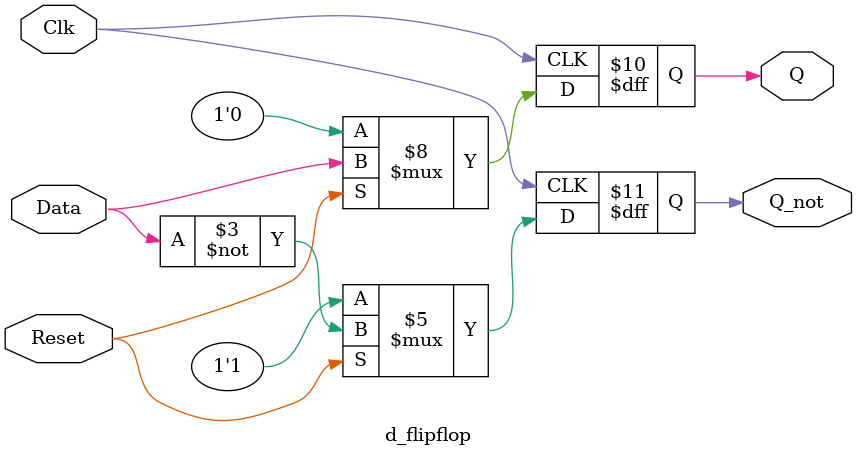
<source format=sv>
module d_flipflop
(
	input  logic Clk, Reset, Data,
	output logic Q, Q_not
);

always_ff @ ( posedge Clk)
	
	if (~Reset)
	begin
		Q <= 1'b0;
		Q_not <= 1'b1;
	end
	
	else
		begin
			Q <= Data;
			Q_not <= ~Data;
		end

endmodule

</source>
